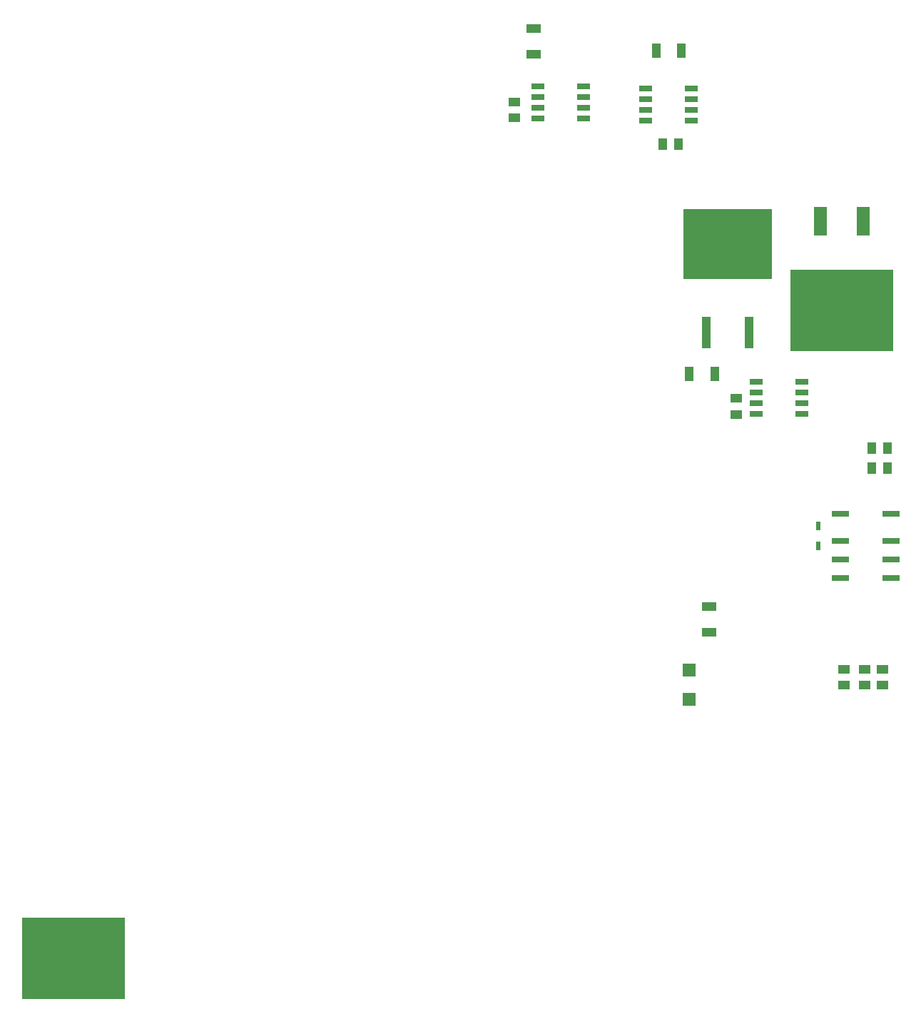
<source format=gtp>
G04 Layer_Color=8421504*
%FSLAX25Y25*%
%MOIN*%
<<<<<<< HEAD
G70*
G01*
G75*
%ADD10R,0.01969X0.03937*%
%ADD11R,0.07874X0.02756*%
%ADD12R,0.07100X0.04400*%
%ADD13R,0.06299X0.05906*%
%ADD14R,0.41339X0.32677*%
%ADD15R,0.04134X0.14764*%
%ADD16R,0.06004X0.02756*%
%ADD17R,0.04331X0.07087*%
%ADD18R,0.48031X0.38386*%
%ADD19R,0.06299X0.13780*%
%ADD20R,0.04000X0.05500*%
%ADD21R,0.07087X0.04331*%
%ADD22R,0.05500X0.04000*%
G36*
X327847Y323650D02*
X320839D01*
Y330106D01*
X327847D01*
Y323650D01*
D02*
G37*
G36*
X337531D02*
X330524D01*
Y330106D01*
X337531D01*
Y323650D01*
D02*
G37*
G36*
X308476Y333413D02*
X301468D01*
Y339870D01*
X308476D01*
Y333413D01*
D02*
G37*
G36*
X386541Y294622D02*
X359516D01*
Y316770D01*
X386541D01*
Y294622D01*
D02*
G37*
G36*
X308476Y323650D02*
X301468D01*
Y330106D01*
X308476D01*
Y323650D01*
D02*
G37*
G36*
X318161D02*
X311154D01*
Y330106D01*
X318161D01*
Y323650D01*
D02*
G37*
G36*
Y333413D02*
X311154D01*
Y339870D01*
X318161D01*
Y333413D01*
D02*
G37*
G36*
Y343177D02*
X311154D01*
Y349634D01*
X318161D01*
Y343177D01*
D02*
G37*
G36*
X327847D02*
X320839D01*
Y349634D01*
X327847D01*
Y343177D01*
D02*
G37*
G36*
X337531D02*
X330524D01*
Y349634D01*
X337531D01*
Y343177D01*
D02*
G37*
G36*
X327847Y333413D02*
X320839D01*
Y339870D01*
X327847D01*
Y333413D01*
D02*
G37*
G36*
X337531D02*
X330524D01*
Y339870D01*
X337531D01*
Y333413D01*
D02*
G37*
G36*
X308476Y343177D02*
X301468D01*
Y349634D01*
X308476D01*
Y343177D01*
D02*
G37*
D10*
X362000Y195776D02*
D03*
Y205224D02*
D03*
D11*
X395811Y189594D02*
D03*
Y180933D02*
D03*
X372189Y189594D02*
D03*
Y180933D02*
D03*
X395811Y198256D02*
D03*
X372189D02*
D03*
X395811Y210854D02*
D03*
X372189D02*
D03*
D12*
X311000Y167400D02*
D03*
Y155600D02*
D03*
D13*
X301500Y137890D02*
D03*
Y124110D02*
D03*
D14*
X319500Y336642D02*
D03*
D15*
X329500Y295303D02*
D03*
X309500D02*
D03*
D16*
X354177Y272500D02*
D03*
Y267500D02*
D03*
Y262500D02*
D03*
Y257500D02*
D03*
X332823D02*
D03*
Y262500D02*
D03*
Y267500D02*
D03*
Y272500D02*
D03*
X302677Y409500D02*
D03*
Y404500D02*
D03*
Y399500D02*
D03*
Y394500D02*
D03*
X281323D02*
D03*
Y399500D02*
D03*
Y404500D02*
D03*
Y409500D02*
D03*
X252177Y410500D02*
D03*
Y405500D02*
D03*
Y400500D02*
D03*
Y395500D02*
D03*
X230823D02*
D03*
Y400500D02*
D03*
Y405500D02*
D03*
Y410500D02*
D03*
D17*
X313500Y276000D02*
D03*
X301689D02*
D03*
X286094Y427000D02*
D03*
X297905D02*
D03*
D18*
X373000Y305764D02*
D03*
D19*
X383000Y347437D02*
D03*
X363000D02*
D03*
D20*
X289300Y383500D02*
D03*
X296700D02*
D03*
X386800Y232000D02*
D03*
X394200D02*
D03*
Y241500D02*
D03*
X386800D02*
D03*
D21*
X229000Y425595D02*
D03*
Y437405D02*
D03*
D22*
X374000Y138200D02*
D03*
Y130800D02*
D03*
X392000D02*
D03*
Y138200D02*
D03*
X383500Y130800D02*
D03*
Y138200D02*
D03*
X220000Y403200D02*
D03*
Y395800D02*
D03*
X323500Y264700D02*
D03*
Y257300D02*
D03*
M02*
=======
%SFA1B1*%

%IPPOS*%
%ADD10R,0.019690X0.039370*%
%ADD11R,0.078740X0.027560*%
%ADD12R,0.071000X0.044000*%
%ADD13R,0.062990X0.059060*%
%ADD14R,0.413390X0.326770*%
%ADD15R,0.041340X0.147640*%
%ADD16R,0.060040X0.027560*%
%ADD17R,0.043310X0.070870*%
%ADD18R,0.480310X0.383860*%
%ADD19R,0.062990X0.137800*%
%ADD20R,0.040000X0.055000*%
%ADD21R,0.070870X0.043310*%
%ADD22R,0.055000X0.040000*%
%LNchicker-1*%
%LPD*%
G36*
X14252Y03236D02*
X14322D01*
Y03301*
X14252*
Y03236*
G37*
G36*
X14156D02*
X14226D01*
Y03301*
X14156*
Y03236*
G37*
G36*
X14446Y03334D02*
X14516D01*
Y03398*
X14446*
Y03334*
G37*
G36*
X13665Y02946D02*
X13936D01*
Y03167*
X13665*
Y02946*
G37*
G36*
X14446Y03236D02*
X14516D01*
Y03301*
X14446*
Y03236*
G37*
G36*
X14349D02*
X14419D01*
Y03301*
X14349*
Y03236*
G37*
G36*
Y03334D02*
X14419D01*
Y03398*
X14349*
Y03334*
G37*
G36*
Y03431D02*
X14419D01*
Y03496*
X14349*
Y03431*
G37*
G36*
X14252D02*
X14322D01*
Y03496*
X14252*
Y03431*
G37*
G36*
X14156D02*
X14226D01*
Y03496*
X14156*
Y03431*
G37*
G36*
X14252Y03334D02*
X14322D01*
Y03398*
X14252*
Y03334*
G37*
G36*
X14156D02*
X14226D01*
Y03398*
X14156*
Y03334*
G37*
G36*
X14446Y03431D02*
X14516D01*
Y03496*
X14446*
Y03431*
G37*
G54D10*
X13911Y01957D03*
Y02052D03*
G54D11*
X13573Y01895D03*
Y01809D03*
X13809Y01895D03*
Y01809D03*
X13573Y01982D03*
X13809D03*
X13573Y02108D03*
X13809D03*
G54D12*
X14421Y01674D03*
Y01556D03*
G54D13*
X14516Y01378D03*
Y01241D03*
G54D14*
X14336Y03366D03*
G54D15*
X14236Y02953D03*
X14436D03*
G54D16*
X13989Y02725D03*
Y02675D03*
Y02625D03*
Y02575D03*
X14203D03*
Y02625D03*
Y02675D03*
Y02725D03*
X14504Y04095D03*
Y04045D03*
Y03995D03*
Y03945D03*
X14718D03*
Y03995D03*
Y04045D03*
Y04095D03*
X15009Y04105D03*
Y04055D03*
Y04005D03*
Y03955D03*
X15223D03*
Y04005D03*
Y04055D03*
Y04105D03*
G54D17*
X14396Y0276D03*
X14514D03*
X1467Y0427D03*
X14552D03*
G54D18*
X13801Y03057D03*
G54D19*
X13701Y03474D03*
X13901D03*
G54D20*
X14638Y03835D03*
X14564D03*
X13663Y0232D03*
X13589D03*
Y02415D03*
X13663D03*
G54D21*
X15241Y04255D03*
Y04374D03*
G54D22*
X13791Y01382D03*
Y01308D03*
X13611D03*
Y01382D03*
X13696Y01308D03*
Y01382D03*
X15331Y04032D03*
Y03958D03*
X14296Y02647D03*
Y02573D03*
M02*
>>>>>>> 26c2e4b13dbe95d67e90c262a04873cdf8e553ca

</source>
